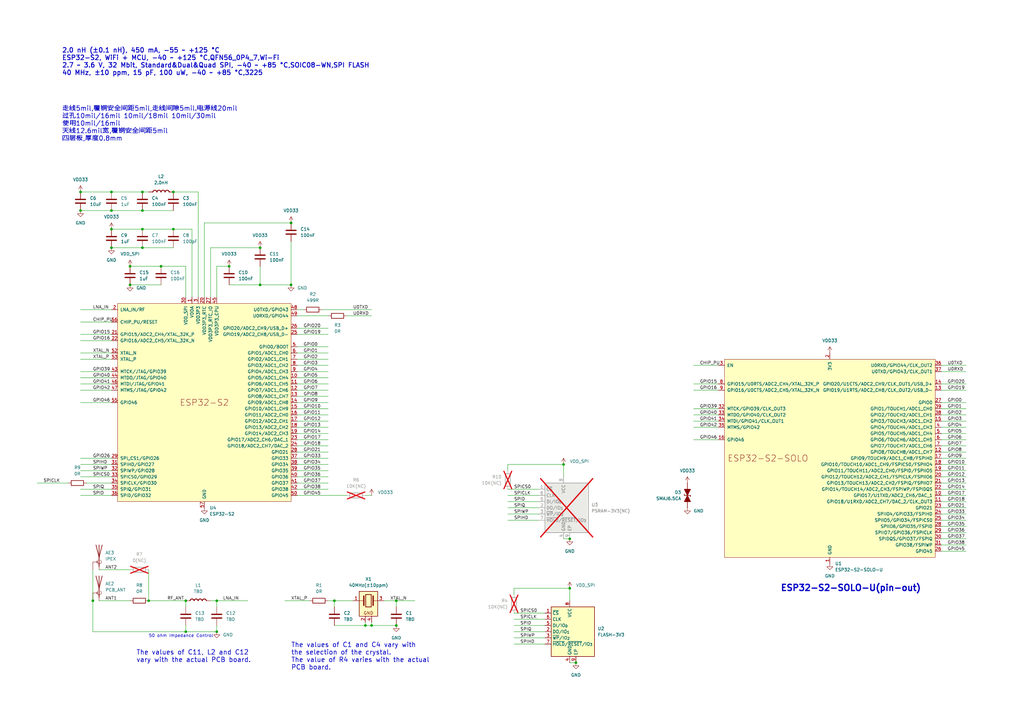
<source format=kicad_sch>
(kicad_sch (version 20250114) (generator "eeschema") (generator_version "9.0")
  (paper "A3")
  (lib_symbols
    (symbol "Device:Antenna_Shield" (pin_numbers (hide yes)) (pin_names (offset 1.016) (hide yes))
      (property "Reference" "AE" (at -1.905 4.445 0))
      (property "Value" "Antenna_Shield" (at -1.905 2.54 0))
      (symbol "Antenna_Shield_0_1"
        (arc (start 0 -2.667) (mid -0.8485 -2.1032) (end -0.508 -1.143))
        (polyline (pts (xy 0 5.08) (xy 0 -3.81)) (stroke (width 0.254)))
        (polyline (pts (xy 0 -2.54) (xy 0 0)))
        (arc (start 0.508 -1.143) (mid 0.8046 -2.0885) (end 0 -2.667))
        (polyline (pts (xy 0.762 -1.905) (xy 2.54 -1.905)))
        (circle (center 0.762 -1.905) (radius 0.1778) (fill (type outline)))
        (polyline (pts (xy 1.27 5.08) (xy 0 0) (xy -1.27 5.08)) (stroke (width 0.254)))
        (polyline (pts (xy 2.54 -2.54) (xy 2.54 -1.905)))
      )
      (symbol "Antenna_Shield_1_1"
        (pin input line (at 0 -5.08 90) (length 2.54) (name "A") (number "1"))
        (pin input line (at 2.54 -5.08 90) (length 2.54) (name "Shield") (number "2"))
      )
    )
    (symbol "Memory_Flash:W25Q128JVE"
      (property "Reference" "U" (at -6.35 11.43 0))
      (property "Value" "W25Q128JVE" (at 7.62 11.43 0))
      (symbol "W25Q128JVE_0_1"
        (rectangle (start -7.62 10.16) (end 10.16 -10.16) (stroke (width 0.254)) (fill (type background)))
      )
      (symbol "W25Q128JVE_1_1"
        (pin input line (at -10.16 7.62 0) (length 2.54) (name "~{CS}") (number "1"))
        (pin input line (at -10.16 5.08 0) (length 2.54) (name "CLK") (number "6"))
        (pin bidirectional line (at -10.16 2.54 0) (length 2.54) (name "DI/IO_{0}") (number "5"))
        (pin bidirectional line (at -10.16 0 0) (length 2.54) (name "DO/IO_{1}") (number "2"))
        (pin bidirectional line (at -10.16 -2.54 0) (length 2.54) (name "~{WP}/IO_{2}") (number "3"))
        (pin bidirectional line (at -10.16 -5.08 0) (length 2.54) (name "~{HOLD}/~{RESET}/IO_{3}") (number "7"))
        (pin power_in line (at 0 12.7 270) (length 2.54) (name "VCC") (number "8"))
        (pin power_in line (at 0 -12.7 90) (length 2.54) (name "GND") (number "4"))
        (pin passive line (at 2.54 -12.7 90) (length 2.54) (name "EP") (number "9"))
      )
    )
    (symbol "PCM_Capacitor_AKL:C_1206" (pin_numbers (hide yes)) (pin_names (offset 0.254))
      (property "Reference" "C" (at 0.635 2.54 0))
      (property "Value" "C_1206" (at 0.635 -2.54 0))
      (symbol "C_1206_0_1"
        (polyline (pts (xy -2.032 0.762) (xy 2.032 0.762)) (stroke (width 0.508)))
        (polyline (pts (xy -2.032 -0.762) (xy 2.032 -0.762)) (stroke (width 0.508)))
      )
      (symbol "C_1206_0_2"
        (polyline (pts (xy -2.54 -2.54) (xy -0.381 -0.381)))
        (polyline (pts (xy -0.508 -0.508) (xy -1.651 0.635)) (stroke (width 0.508)))
        (polyline (pts (xy -0.508 -0.508) (xy 0.635 -1.651)) (stroke (width 0.508)))
        (polyline (pts (xy 0.381 0.381) (xy 2.54 2.54)))
        (polyline (pts (xy 0.508 0.508) (xy -0.635 1.651)) (stroke (width 0.508)))
        (polyline (pts (xy 0.508 0.508) (xy 1.651 -0.635)) (stroke (width 0.508)))
      )
      (symbol "C_1206_1_1"
        (pin passive line (at 0 3.81 270) (length 2.794) (name "~") (number "1"))
        (pin passive line (at 0 -3.81 90) (length 2.794) (name "~") (number "2"))
      )
      (symbol "C_1206_1_2"
        (pin passive line (at -2.54 -2.54 90) (length 0) (name "~") (number "2"))
        (pin passive line (at 2.54 2.54 270) (length 0) (name "~") (number "1"))
      )
    )
    (symbol "PCM_Crystal_AKL:SMD3225-4" (pin_names (offset 1.016) (hide yes))
      (property "Reference" "X" (at 0 8.89 0))
      (property "Value" "SMD3225-4" (at 0 6.35 0))
      (symbol "SMD3225-4_0_1"
        (rectangle (start -3.81 3.81) (end 3.81 -6.35) (stroke (width 0.254)) (fill (type background)))
        (polyline (pts (xy -3.81 0) (xy -1.905 0)))
        (polyline (pts (xy -1.905 -1.905) (xy -1.905 1.905)) (stroke (width 0.508)))
        (rectangle (start -1.143 2.54) (end 1.143 -2.54) (stroke (width 0.3048)))
        (polyline (pts (xy 1.905 -1.905) (xy 1.905 1.905)) (stroke (width 0.508)))
        (polyline (pts (xy 3.81 0) (xy 1.905 0)))
        (text "GND" (at 0 -5.08 0) (effects (font (size 1.27 1.27))))
      )
      (symbol "SMD3225-4_1_1"
        (pin passive line (at -6.35 0 0) (length 2.54) (name "1") (number "1"))
        (pin passive line (at -1.27 -8.89 90) (length 2.54) (name "2") (number "2"))
        (pin passive line (at 1.27 -8.89 90) (length 2.54) (name "4") (number "4"))
        (pin passive line (at 6.35 0 180) (length 2.54) (name "3") (number "3"))
      )
    )
    (symbol "PCM_Diode_TVS_AKL:SMAJ6.5CA" (pin_numbers (hide yes)) (pin_names (offset 1.016) (hide yes))
      (property "Reference" "D" (at 0 5.08 0))
      (property "Value" "SMAJ6.5CA" (at 0 2.54 0))
      (symbol "SMAJ6.5CA_0_1"
        (polyline (pts (xy 0 1.27) (xy 0 -1.27)) (stroke (width 0.254)))
        (polyline (pts (xy 0 1.27) (xy 0.508 1.27)) (stroke (width 0.254)))
        (polyline (pts (xy 0 0) (xy -2.54 1.27) (xy -2.54 -1.27) (xy 0 0)) (stroke (width 0.254)) (fill (type outline)))
        (polyline (pts (xy 0 -1.27) (xy -0.508 -1.27)) (stroke (width 0.254)))
        (polyline (pts (xy 1.27 0) (xy -1.27 0)))
        (polyline (pts (xy 2.54 1.27) (xy 2.54 -1.27) (xy 0 0) (xy 2.54 1.27)) (stroke (width 0.254)) (fill (type outline)))
      )
      (symbol "SMAJ6.5CA_0_2"
        (polyline (pts (xy -3.81 -3.81) (xy 3.81 3.81)))
        (polyline (pts (xy -1.778 -1.778) (xy -2.667 -0.889) (xy 0 0) (xy -0.889 -2.667) (xy -1.778 -1.778)) (stroke (width 0.254)) (fill (type outline)))
        (polyline (pts (xy -0.889 0.889) (xy -1.27 0.508)) (stroke (width 0.254)))
        (polyline (pts (xy -0.889 0.889) (xy 0.889 -0.889)) (stroke (width 0.254)))
        (polyline (pts (xy 0.889 -0.889) (xy 1.27 -0.508)) (stroke (width 0.254)))
        (polyline (pts (xy 1.778 1.778) (xy 2.667 0.889) (xy 0 0) (xy 0.889 2.667) (xy 1.778 1.778)) (stroke (width 0.254)) (fill (type outline)))
      )
      (symbol "SMAJ6.5CA_1_1"
        (pin passive line (at -5.08 0 0) (length 2.54) (name "K") (number "1"))
        (pin passive line (at 5.08 0 180) (length 2.54) (name "A") (number "2"))
      )
      (symbol "SMAJ6.5CA_1_2"
        (pin passive line (at -3.81 -3.81 0) (length 0) (name "A") (number "2"))
        (pin passive line (at 3.81 3.81 180) (length 0) (name "K") (number "1"))
      )
    )
    (symbol "PCM_Elektuur:L" (pin_numbers (hide yes)) (pin_names (offset 0) (hide yes))
      (property "Reference" "L" (at 2.54 3.175 0))
      (property "Value" "L" (at 2.54 -3.175 0))
      (symbol "L_1_0"
        (arc (start 0 3.302) (mid 0.6604 2.5146) (end 0 1.7272) (stroke (width 0.254)))
        (arc (start 0 1.6256) (mid 0.6604 0.8382) (end 0 0.0508) (stroke (width 0.254)))
        (arc (start 0 -0.0508) (mid 0.6604 -0.8382) (end 0 -1.6256) (stroke (width 0.254)))
        (arc (start 0 -1.7272) (mid 0.6604 -2.5146) (end 0 -3.302) (stroke (width 0.254)))
        (arc (start 0 3.4036) (mid 0.762 2.5146) (end 0 1.6256) (stroke (width 0.254)))
        (arc (start 0 1.7272) (mid 0.762 0.8382) (end 0 -0.0508) (stroke (width 0.254)))
        (arc (start 0 0.0508) (mid 0.762 -0.8382) (end 0 -1.7272) (stroke (width 0.254)))
        (arc (start 0 -1.6256) (mid 0.762 -2.5146) (end 0 -3.4036) (stroke (width 0.254)))
        (polyline (pts (xy 0 3.5052) (xy 0 3.302)) (stroke (width 0.254)))
        (polyline (pts (xy 0 1.7272) (xy 0 1.6256)) (stroke (width 0.254)))
        (polyline (pts (xy 0 0.0508) (xy 0 -0.0508)) (stroke (width 0.254)))
        (polyline (pts (xy 0 -1.6256) (xy 0 -1.7272)) (stroke (width 0.254)))
        (polyline (pts (xy 0 -3.302) (xy 0 -3.5052)) (stroke (width 0.254)))
        (pin passive line (at 0 5.08 270) (length 1.5748) (name "+") (number "1"))
        (pin passive line (at 0 -5.08 90) (length 1.5748) (name "-") (number "2"))
      )
      (symbol "L_1_2"
        (rectangle (start 1.524 3.3782) (end 1.9812 -3.3782) (stroke (width 0.254)) (fill (type outline)))
      )
      (symbol "L_1_3"
        (rectangle (start 1.524 3.0988) (end 1.9812 1.9304) (stroke (width 0.254)) (fill (type outline)))
        (rectangle (start 1.524 1.4224) (end 1.9812 0.254) (stroke (width 0.254)) (fill (type outline)))
        (rectangle (start 1.524 -0.254) (end 1.9812 -1.4224) (stroke (width 0.254)) (fill (type outline)))
        (rectangle (start 1.524 -1.9304) (end 1.9812 -3.0988) (stroke (width 0.254)) (fill (type outline)))
      )
    )
    (symbol "PCM_Espressif:ESP32-S2" (pin_names (offset 1.016))
      (property "Reference" "U" (at -35.56 45.72 0))
      (property "Value" "ESP32-S2" (at -35.56 43.18 0))
      (symbol "ESP32-S2_0_0"
        (text "ESP32-S2" (at 0 0 0) (effects (font (size 2.54 2.54))))
      )
      (symbol "ESP32-S2_0_1"
        (rectangle (start -35.56 40.64) (end 35.56 -40.64) (fill (type background)))
      )
      (symbol "ESP32-S2_1_1"
        (pin bidirectional line (at -38.1 38.1 0) (length 2.54) (name "LNA_IN/RF") (number "2"))
        (pin bidirectional line (at -38.1 33.02 0) (length 2.54) (name "CHIP_PU/RESET") (number "56"))
        (pin bidirectional line (at -38.1 27.94 0) (length 2.54) (name "GPIO15/ADC2_CH4/XTAL_32K_P") (number "21"))
        (pin bidirectional line (at -38.1 25.4 0) (length 2.54) (name "GPIO16/ADC2_CH5/XTAL_32K_N") (number "22"))
        (pin output line (at -38.1 20.32 0) (length 2.54) (name "XTAL_N") (number "52"))
        (pin input line (at -38.1 17.78 0) (length 2.54) (name "XTAL_P") (number "53"))
        (pin input line (at -38.1 12.7 0) (length 2.54) (name "MTCK/JTAG/GPIO39") (number "43"))
        (pin output line (at -38.1 10.16 0) (length 2.54) (name "MTDO/JTAG/GPIO40") (number "44"))
        (pin input line (at -38.1 7.62 0) (length 2.54) (name "MTDI/JTAG/GPIO41") (number "46"))
        (pin output line (at -38.1 5.08 0) (length 2.54) (name "MTMS/JTAG/GPIO42") (number "47"))
        (pin input line (at -38.1 0 0) (length 2.54) (name "GPIO46") (number "55"))
        (pin bidirectional line (at -38.1 -22.86 0) (length 2.54) (name "SPI_CS1/GPIO26") (number "29"))
        (pin bidirectional line (at -38.1 -25.4 0) (length 2.54) (name "SPIHD/GPIO27") (number "31"))
        (pin bidirectional line (at -38.1 -27.94 0) (length 2.54) (name "SPIWP/GPIO28") (number "32"))
        (pin bidirectional line (at -38.1 -30.48 0) (length 2.54) (name "SPICS0/GPIO29") (number "33"))
        (pin bidirectional line (at -38.1 -33.02 0) (length 2.54) (name "SPICLK/GPIO30") (number "34"))
        (pin bidirectional line (at -38.1 -35.56 0) (length 2.54) (name "SPIQ/GPIO31") (number "35"))
        (pin bidirectional line (at -38.1 -38.1 0) (length 2.54) (name "SPID/GPIO32") (number "36"))
        (pin power_out line (at -7.62 43.18 270) (length 2.54) (name "VDD_SPI") (number "30"))
        (pin power_in line (at -5.08 43.18 270) (length 2.54) (name "VDDA") (number "1"))
        (pin passive line (at -5.08 43.18 270) (length 2.54) (hide yes) (name "VDDA") (number "51"))
        (pin passive line (at -5.08 43.18 270) (length 2.54) (hide yes) (name "VDDA") (number "54"))
        (pin power_in line (at -2.54 43.18 270) (length 2.54) (name "VDD3P3") (number "3"))
        (pin passive line (at -2.54 43.18 270) (length 2.54) (hide yes) (name "VDD3P3") (number "4"))
        (pin power_in line (at 0 43.18 270) (length 2.54) (name "VDD3P3_RTC") (number "20"))
        (pin power_in line (at 0 -43.18 90) (length 2.54) (name "GND") (number "57"))
        (pin power_in line (at 2.54 43.18 270) (length 2.54) (name "VDD3P3_RTC_IO") (number "27"))
        (pin power_in line (at 5.08 43.18 270) (length 2.54) (name "VDD3P3_CPU") (number "45"))
        (pin bidirectional line (at 38.1 38.1 180) (length 2.54) (name "U0TXD/GPIO43") (number "48"))
        (pin bidirectional line (at 38.1 35.56 180) (length 2.54) (name "U0RXD/GPIO44") (number "49"))
        (pin bidirectional line (at 38.1 30.48 180) (length 2.54) (name "GPIO20/ADC2_CH9/USB_D+") (number "26"))
        (pin bidirectional line (at 38.1 27.94 180) (length 2.54) (name "GPIO19/ADC2_CH8/USB_D-") (number "25"))
        (pin bidirectional line (at 38.1 22.86 180) (length 2.54) (name "GPIO0/BOOT") (number "5"))
        (pin bidirectional line (at 38.1 20.32 180) (length 2.54) (name "GPIO1/ADC1_CH0") (number "6"))
        (pin bidirectional line (at 38.1 17.78 180) (length 2.54) (name "GPIO2/ADC1_CH1") (number "7"))
        (pin bidirectional line (at 38.1 15.24 180) (length 2.54) (name "GPIO3/ADC1_CH2") (number "8"))
        (pin bidirectional line (at 38.1 12.7 180) (length 2.54) (name "GPIO4/ADC1_CH3") (number "9"))
        (pin bidirectional line (at 38.1 10.16 180) (length 2.54) (name "GPIO5/ADC1_CH4") (number "10"))
        (pin bidirectional line (at 38.1 7.62 180) (length 2.54) (name "GPIO6/ADC1_CH5") (number "11"))
        (pin bidirectional line (at 38.1 5.08 180) (length 2.54) (name "GPIO7/ADC1_CH6") (number "12"))
        (pin bidirectional line (at 38.1 2.54 180) (length 2.54) (name "GPIO8/ADC1_CH7") (number "13"))
        (pin bidirectional line (at 38.1 0 180) (length 2.54) (name "GPIO9/ADC1_CH8") (number "14"))
        (pin bidirectional line (at 38.1 -2.54 180) (length 2.54) (name "GPIO10/ADC1_CH9") (number "15"))
        (pin bidirectional line (at 38.1 -5.08 180) (length 2.54) (name "GPIO11/ADC2_CH0") (number "16"))
        (pin bidirectional line (at 38.1 -7.62 180) (length 2.54) (name "GPIO12/ADC2_CH1") (number "17"))
        (pin bidirectional line (at 38.1 -10.16 180) (length 2.54) (name "GPIO13/ADC2_CH2") (number "18"))
        (pin bidirectional line (at 38.1 -12.7 180) (length 2.54) (name "GPIO14/ADC2_CH3") (number "19"))
        (pin bidirectional line (at 38.1 -15.24 180) (length 2.54) (name "GPIO17/ADC2_CH6/DAC_1") (number "23"))
        (pin bidirectional line (at 38.1 -17.78 180) (length 2.54) (name "GPIO18/ADC2_CH7/DAC_2") (number "24"))
        (pin bidirectional line (at 38.1 -20.32 180) (length 2.54) (name "GPIO21") (number "28"))
        (pin bidirectional line (at 38.1 -22.86 180) (length 2.54) (name "GPIO33") (number "37"))
        (pin bidirectional line (at 38.1 -25.4 180) (length 2.54) (name "GPIO34") (number "38"))
        (pin bidirectional line (at 38.1 -27.94 180) (length 2.54) (name "GPIO35") (number "39"))
        (pin bidirectional line (at 38.1 -30.48 180) (length 2.54) (name "GPIO36") (number "40"))
        (pin bidirectional line (at 38.1 -33.02 180) (length 2.54) (name "GPIO37") (number "41"))
        (pin bidirectional line (at 38.1 -35.56 180) (length 2.54) (name "GPIO38") (number "42"))
        (pin bidirectional line (at 38.1 -38.1 180) (length 2.54) (name "GPIO45") (number "50"))
      )
    )
    (symbol "PCM_Espressif:ESP32-S2-SOLO" (pin_names (offset 1.016))
      (property "Reference" "U" (at -43.18 45.72 0))
      (property "Value" "ESP32-S2-SOLO" (at -43.18 43.18 0))
      (symbol "ESP32-S2-SOLO_0_1"
        (rectangle (start -43.18 40.64) (end 43.18 -40.64) (fill (type background)))
      )
      (symbol "ESP32-S2-SOLO_1_1"
        (text "ESP32-S2-SOLO" (at -25.4 0 0) (effects (font (size 2.54 2.54))))
        (pin bidirectional line (at -45.72 38.1 0) (length 2.54) (name "EN") (number "3"))
        (pin bidirectional line (at -45.72 30.48 0) (length 2.54) (name "GPIO15/U0RTS/ADC2_CH4/XTAL_32K_P") (number "8"))
        (pin bidirectional line (at -45.72 27.94 0) (length 2.54) (name "GPIO16/U0CTS/ADC2_CH5/XTAL_32K_N") (number "9"))
        (pin bidirectional line (at -45.72 20.32 0) (length 2.54) (name "MTCK/GPIO39/CLK_OUT3") (number "32"))
        (pin bidirectional line (at -45.72 17.78 0) (length 2.54) (name "MTDO/GPIO40/CLK_OUT2") (number "33"))
        (pin bidirectional line (at -45.72 15.24 0) (length 2.54) (name "MTDI/GPIO41/CLK_OUT1") (number "34"))
        (pin bidirectional line (at -45.72 12.7 0) (length 2.54) (name "MTMS/GPIO42") (number "35"))
        (pin input line (at -45.72 7.62 0) (length 2.54) (name "GPIO46") (number "16"))
        (pin power_in line (at 0 43.18 270) (length 2.54) (name "3V3") (number "2"))
        (pin power_in line (at 0 -43.18 90) (length 2.54) (name "GND") (number "1"))
        (pin passive line (at 0 -43.18 90) (length 2.54) (hide yes) (name "GND") (number "40"))
        (pin passive line (at 0 -43.18 90) (length 2.54) (hide yes) (name "GND") (number "41"))
        (pin bidirectional line (at 45.72 38.1 180) (length 2.54) (name "U0RXD/GPIO44/CLK_OUT2") (number "36"))
        (pin bidirectional line (at 45.72 35.56 180) (length 2.54) (name "U0TXD/GPIO43/CLK_OUT1") (number "37"))
        (pin bidirectional line (at 45.72 30.48 180) (length 2.54) (name "GPIO20/U1CTS/ADC2_CH9/CLK_OUT1/USB_D+") (number "14"))
        (pin bidirectional line (at 45.72 27.94 180) (length 2.54) (name "GPIO19/U1RTS/ADC2_CH8/CLK_OUT2/USB_D-") (number "13"))
        (pin bidirectional line (at 45.72 22.86 180) (length 2.54) (name "GPIO0") (number "27"))
        (pin bidirectional line (at 45.72 20.32 180) (length 2.54) (name "GPIO1/TOUCH1/ADC1_CH0") (number "39"))
        (pin bidirectional line (at 45.72 17.78 180) (length 2.54) (name "GPIO2/TOUCH2/ADC1_CH1") (number "38"))
        (pin bidirectional line (at 45.72 15.24 180) (length 2.54) (name "GPIO3/TOUCH3/ADC1_CH2") (number "15"))
        (pin bidirectional line (at 45.72 12.7 180) (length 2.54) (name "GPIO4/TOUCH4/ADC1_CH3") (number "4"))
        (pin bidirectional line (at 45.72 10.16 180) (length 2.54) (name "GPIO5/TOUCH5/ADC1_CH4") (number "5"))
        (pin bidirectional line (at 45.72 7.62 180) (length 2.54) (name "GPIO6/TOUCH6/ADC1_CH5") (number "6"))
        (pin bidirectional line (at 45.72 5.08 180) (length 2.54) (name "GPIO7/TOUCH7/ADC1_CH6") (number "7"))
        (pin bidirectional line (at 45.72 2.54 180) (length 2.54) (name "GPIO8/TOUCH8/ADC1_CH7") (number "12"))
        (pin bidirectional line (at 45.72 0 180) (length 2.54) (name "GPIO9/TOUCH9/ADC1_CH8/FSPIHD") (number "17"))
        (pin bidirectional line (at 45.72 -2.54 180) (length 2.54) (name "GPIO10/TOUCH10/ADC1_CH9/FSPICS0/FSPIIO4") (number "18"))
        (pin bidirectional line (at 45.72 -5.08 180) (length 2.54) (name "GPIO11/TOUCH11/ADC2_CH0/FSPID/FSPIIO5") (number "19"))
        (pin bidirectional line (at 45.72 -7.62 180) (length 2.54) (name "GPIO12/TOUCH12/ADC2_CH1/FSPICLK/FSPIIO6") (number "20"))
        (pin bidirectional line (at 45.72 -10.16 180) (length 2.54) (name "GPIO13/TOUCH13/ADC2_CH2/FSPIQ/FSPIIO7") (number "21"))
        (pin bidirectional line (at 45.72 -12.7 180) (length 2.54) (name "GPIO14/TOUCH14/ADC2_CH3/FSPIWP/FSPIDQS") (number "22"))
        (pin bidirectional line (at 45.72 -15.24 180) (length 2.54) (name "GPIO17/U1TXD/ADC2_CH6/DAC_1") (number "10"))
        (pin bidirectional line (at 45.72 -17.78 180) (length 2.54) (name "GPIO18/U1RXD/ADC2_CH7/DAC_2/CLK_OUT3") (number "11"))
        (pin bidirectional line (at 45.72 -20.32 180) (length 2.54) (name "GPIO21") (number "23"))
        (pin bidirectional line (at 45.72 -22.86 180) (length 2.54) (name "SPIIO4/GPIO33/FSPIHD") (number "24"))
        (pin bidirectional line (at 45.72 -25.4 180) (length 2.54) (name "SPIIO5/GPIO34/FSPICS0") (number "25"))
        (pin bidirectional line (at 45.72 -27.94 180) (length 2.54) (name "SPIIO6/GPIO35/FSPID") (number "28"))
        (pin bidirectional line (at 45.72 -30.48 180) (length 2.54) (name "SPIIO7/GPIO36/FSPICLK") (number "29"))
        (pin bidirectional line (at 45.72 -33.02 180) (length 2.54) (name "SPIDQS/GPIO37/FSPIQ") (number "30"))
        (pin bidirectional line (at 45.72 -35.56 180) (length 2.54) (name "GPIO38/FSPIWP") (number "31"))
        (pin bidirectional line (at 45.72 -38.1 180) (length 2.54) (name "GPIO45") (number "26"))
      )
    )
    (symbol "PCM_Resistor_AKL:R_1206" (pin_numbers (hide yes)) (pin_names (offset 0))
      (property "Reference" "R" (at 2.54 1.27 0))
      (property "Value" "R_1206" (at 2.54 -1.27 0))
      (symbol "R_1206_0_1"
        (rectangle (start -1.016 2.54) (end 1.016 -2.54) (stroke (width 0.254)))
      )
      (symbol "R_1206_0_2"
        (polyline (pts (xy -2.54 -2.54) (xy -1.524 -1.524)))
        (polyline (pts (xy 1.524 1.524) (xy 2.54 2.54)))
        (polyline (pts (xy 1.524 1.524) (xy 0.889 2.159) (xy -2.159 -0.889) (xy -0.889 -2.159) (xy 2.159 0.889) (xy 1.524 1.524)) (stroke (width 0.254)))
      )
      (symbol "R_1206_1_1"
        (pin passive line (at 0 3.81 270) (length 1.27) (name "~") (number "1"))
        (pin passive line (at 0 -3.81 90) (length 1.27) (name "~") (number "2"))
      )
      (symbol "R_1206_1_2"
        (pin passive line (at -2.54 -2.54 0) (length 0) (name "") (number "2"))
        (pin passive line (at 2.54 2.54 180) (length 0) (name "") (number "1"))
      )
    )
    (symbol "power:+3.3V" (power) (pin_numbers (hide yes)) (pin_names (offset 0) (hide yes))
      (property "Value" "+3.3V" (at 0 3.556 0))
      (symbol "+3.3V_0_1"
        (polyline (pts (xy -0.762 1.27) (xy 0 2.54)))
        (polyline (pts (xy 0 2.54) (xy 0.762 1.27)))
        (polyline (pts (xy 0 0) (xy 0 2.54)))
      )
      (symbol "+3.3V_1_1"
        (pin power_in line (at 0 0 90) (length 0) (name "~") (number "1"))
      )
    )
    (symbol "power:GND" (power) (pin_numbers (hide yes)) (pin_names (offset 0) (hide yes))
      (property "Value" "GND" (at 0 -3.81 0))
      (symbol "GND_0_1"
        (polyline (pts (xy 0 0) (xy 0 -1.27) (xy 1.27 -1.27) (xy 0 -2.54) (xy -1.27 -1.27) (xy 0 -1.27)))
      )
      (symbol "GND_1_1"
        (pin power_in line (at 0 0 270) (length 0) (name "~") (number "1"))
      )
    )
  )
  (text "The values of C11, L2 and C12\nvary with the actual PCB board." (exclude_from_sim yes) (at 55.88 269.24 0) (effects (font (size 1.905 1.905) (thickness 0.2381)) (justify left)))
  (text "50 ohm Impedance Control" (at 60.96 261.62 0) (effects (font (size 1.27 1.27)) (justify left bottom)))
  (text "ESP32-S2-SOLO-U(pin-out)" (exclude_from_sim yes) (at 320.04 241.3 0) (effects (font (size 2.54 2.54) (thickness 0.508) (bold yes)) (justify left)))
  (text "2.0 nH (±0.1 nH), 450 mA, -55 ~ +125 °C\nESP32-S2, WiFi + MCU, -40 ~ +125 °C,QFN56_0P4_7,Wi-Fi\n2.7 ~ 3.6 V, 32 Mbit, Standard&Dual&Quad SPI, -40 ~ +85 °C,SOIC08-WN,SPI FLASH\n40 MHz, ±10 ppm, 15 pF, 100 uW, -40 ~ +85 °C,3225" (exclude_from_sim yes) (at 25.4 25.4 0) (effects (font (size 1.905 1.905) (thickness 0.3175)) (justify left)))
  (text "走线5mil,覆铜安全间距5mil,走线间隙5mil.电源线20mil\n过孔10mil/16mil 10mil/18mil 10mil/30mil\n使用10mil/16mil\n天线12.6mil宽,覆铜安全间距5mil\n四层板,厚度0.8mm" (exclude_from_sim yes) (at 25.4 50.8 0) (effects (font (size 1.905 1.905) (thickness 0.2381)) (justify left)))
  (text "The values of C1 and C4 vary with\nthe selection of the crystal.\nThe value of R4 varies with the actual\nPCB board.\n" (exclude_from_sim yes) (at 119.38 269.24 0) (effects (font (size 1.905 1.905) (thickness 0.2381)) (justify left)))
  (junction (at 53.34 116.84))
  (junction (at 45.72 86.36))
  (junction (at 162.56 256.54))
  (junction (at 152.4 256.54))
  (junction (at 66.04 109.22))
  (junction (at 119.38 91.44))
  (junction (at 58.42 86.36))
  (junction (at 231.14 190.5))
  (junction (at 33.02 86.36))
  (junction (at 60.96 246.38))
  (junction (at 119.38 116.84))
  (junction (at 93.98 109.22))
  (junction (at 106.68 116.84))
  (junction (at 71.12 93.98))
  (junction (at 58.42 78.74))
  (junction (at 76.2 259.08))
  (junction (at 45.72 101.6))
  (junction (at 106.68 101.6))
  (junction (at 58.42 93.98))
  (junction (at 45.72 93.98))
  (junction (at 162.56 246.38))
  (junction (at 137.16 246.38))
  (junction (at 76.2 246.38))
  (junction (at 236.22 271.78))
  (junction (at 233.68 220.98))
  (junction (at 88.9 246.38))
  (junction (at 53.34 109.22))
  (junction (at 58.42 101.6))
  (junction (at 149.86 256.54))
  (junction (at 38.1 246.38))
  (junction (at 45.72 78.74))
  (junction (at 233.68 241.3))
  (junction (at 33.02 78.74))
  (junction (at 71.12 78.74))
  (junction (at 88.9 259.08))
  (wire (pts (xy 210.82 261.62) (xy 223.52 261.62)))
  (wire (pts (xy 386.08 218.44) (xy 396.24 218.44)))
  (wire (pts (xy 15.24 198.12) (xy 27.94 198.12)))
  (wire (pts (xy 121.92 165.1) (xy 134.62 165.1)))
  (wire (pts (xy 121.92 190.5) (xy 134.62 190.5)))
  (wire (pts (xy 121.92 182.88) (xy 134.62 182.88)))
  (wire (pts (xy 121.92 180.34) (xy 134.62 180.34)))
  (wire (pts (xy 116.84 246.38) (xy 127 246.38)))
  (wire (pts (xy 45.72 86.36) (xy 58.42 86.36)))
  (wire (pts (xy 162.56 246.38) (xy 170.18 246.38)))
  (wire (pts (xy 88.9 109.22) (xy 93.98 109.22)))
  (wire (pts (xy 208.28 210.82) (xy 220.98 210.82)))
  (wire (pts (xy 83.82 91.44) (xy 83.82 121.92)))
  (wire (pts (xy 76.2 246.38) (xy 76.2 248.92)))
  (wire (pts (xy 386.08 177.8) (xy 396.24 177.8)))
  (wire (pts (xy 58.42 101.6) (xy 71.12 101.6)))
  (wire (pts (xy 284.48 175.26) (xy 294.64 175.26)))
  (wire (pts (xy 38.1 246.38) (xy 38.1 259.08)))
  (wire (pts (xy 386.08 213.36) (xy 396.24 213.36)))
  (wire (pts (xy 121.92 167.64) (xy 134.62 167.64)))
  (wire (pts (xy 386.08 172.72) (xy 396.24 172.72)))
  (wire (pts (xy 121.92 203.2) (xy 142.24 203.2)))
  (wire (pts (xy 106.68 116.84) (xy 106.68 109.22)))
  (wire (pts (xy 71.12 93.98) (xy 78.74 93.98)))
  (wire (pts (xy 210.82 243.84) (xy 210.82 241.3)))
  (wire (pts (xy 78.74 121.92) (xy 78.74 93.98)))
  (wire (pts (xy 233.68 241.3) (xy 233.68 246.38)))
  (wire (pts (xy 60.96 78.74) (xy 58.42 78.74)))
  (wire (pts (xy 121.92 149.86) (xy 134.62 149.86)))
  (wire (pts (xy 35.56 198.12) (xy 45.72 198.12)))
  (wire (pts (xy 386.08 182.88) (xy 396.24 182.88)))
  (wire (pts (xy 121.92 152.4) (xy 134.62 152.4)))
  (wire (pts (xy 119.38 91.44) (xy 83.82 91.44)))
  (wire (pts (xy 386.08 223.52) (xy 396.24 223.52)))
  (wire (pts (xy 142.24 129.54) (xy 152.4 129.54)))
  (wire (pts (xy 210.82 259.08) (xy 223.52 259.08)))
  (wire (pts (xy 66.04 109.22) (xy 76.2 109.22)))
  (wire (pts (xy 208.28 213.36) (xy 220.98 213.36)))
  (wire (pts (xy 33.02 193.04) (xy 45.72 193.04)))
  (wire (pts (xy 121.92 134.62) (xy 134.62 134.62)))
  (wire (pts (xy 386.08 208.28) (xy 396.24 208.28)))
  (wire (pts (xy 152.4 255.27) (xy 152.4 256.54)))
  (wire (pts (xy 53.34 109.22) (xy 66.04 109.22)))
  (wire (pts (xy 386.08 205.74) (xy 396.24 205.74)))
  (wire (pts (xy 386.08 152.4) (xy 396.24 152.4)))
  (wire (pts (xy 33.02 165.1) (xy 45.72 165.1)))
  (wire (pts (xy 33.02 154.94) (xy 45.72 154.94)))
  (wire (pts (xy 162.56 246.38) (xy 162.56 248.92)))
  (wire (pts (xy 58.42 86.36) (xy 71.12 86.36)))
  (wire (pts (xy 210.82 256.54) (xy 223.52 256.54)))
  (wire (pts (xy 386.08 149.86) (xy 396.24 149.86)))
  (wire (pts (xy 132.08 127) (xy 152.4 127)))
  (wire (pts (xy 45.72 101.6) (xy 58.42 101.6)))
  (wire (pts (xy 386.08 226.06) (xy 396.24 226.06)))
  (wire (pts (xy 231.14 220.98) (xy 233.68 220.98)))
  (wire (pts (xy 76.2 256.54) (xy 76.2 259.08)))
  (wire (pts (xy 33.02 144.78) (xy 45.72 144.78)))
  (wire (pts (xy 121.92 187.96) (xy 134.62 187.96)))
  (wire (pts (xy 33.02 187.96) (xy 45.72 187.96)))
  (wire (pts (xy 386.08 215.9) (xy 396.24 215.9)))
  (wire (pts (xy 33.02 78.74) (xy 45.72 78.74)))
  (wire (pts (xy 121.92 160.02) (xy 134.62 160.02)))
  (wire (pts (xy 208.28 203.2) (xy 220.98 203.2)))
  (wire (pts (xy 137.16 246.38) (xy 137.16 248.92)))
  (wire (pts (xy 45.72 93.98) (xy 58.42 93.98)))
  (wire (pts (xy 81.28 121.92) (xy 81.28 78.74)))
  (wire (pts (xy 210.82 251.46) (xy 223.52 251.46)))
  (wire (pts (xy 121.92 144.78) (xy 134.62 144.78)))
  (wire (pts (xy 208.28 205.74) (xy 220.98 205.74)))
  (wire (pts (xy 88.9 248.92) (xy 88.9 246.38)))
  (wire (pts (xy 121.92 147.32) (xy 134.62 147.32)))
  (wire (pts (xy 38.1 233.68) (xy 38.1 246.38)))
  (wire (pts (xy 210.82 254) (xy 223.52 254)))
  (wire (pts (xy 88.9 121.92) (xy 88.9 109.22)))
  (wire (pts (xy 38.1 259.08) (xy 76.2 259.08)))
  (wire (pts (xy 121.92 185.42) (xy 134.62 185.42)))
  (wire (pts (xy 76.2 109.22) (xy 76.2 121.92)))
  (wire (pts (xy 88.9 246.38) (xy 101.6 246.38)))
  (wire (pts (xy 121.92 172.72) (xy 134.62 172.72)))
  (wire (pts (xy 208.28 208.28) (xy 220.98 208.28)))
  (wire (pts (xy 284.48 172.72) (xy 294.64 172.72)))
  (wire (pts (xy 106.68 116.84) (xy 119.38 116.84)))
  (wire (pts (xy 33.02 137.16) (xy 45.72 137.16)))
  (wire (pts (xy 58.42 78.74) (xy 45.72 78.74)))
  (wire (pts (xy 208.28 193.04) (xy 208.28 190.5)))
  (wire (pts (xy 149.86 255.27) (xy 149.86 256.54)))
  (wire (pts (xy 60.96 246.38) (xy 76.2 246.38)))
  (wire (pts (xy 208.28 190.5) (xy 231.14 190.5)))
  (wire (pts (xy 106.68 101.6) (xy 86.36 101.6)))
  (wire (pts (xy 233.68 271.78) (xy 236.22 271.78)))
  (wire (pts (xy 88.9 259.08) (xy 88.9 256.54)))
  (wire (pts (xy 86.36 101.6) (xy 86.36 121.92)))
  (wire (pts (xy 386.08 180.34) (xy 396.24 180.34)))
  (wire (pts (xy 386.08 170.18) (xy 396.24 170.18)))
  (wire (pts (xy 208.28 200.66) (xy 220.98 200.66)))
  (wire (pts (xy 210.82 241.3) (xy 233.68 241.3)))
  (wire (pts (xy 284.48 170.18) (xy 294.64 170.18)))
  (wire (pts (xy 121.92 193.04) (xy 134.62 193.04)))
  (wire (pts (xy 33.02 86.36) (xy 45.72 86.36)))
  (wire (pts (xy 386.08 210.82) (xy 396.24 210.82)))
  (wire (pts (xy 33.02 157.48) (xy 45.72 157.48)))
  (wire (pts (xy 386.08 198.12) (xy 396.24 198.12)))
  (wire (pts (xy 386.08 165.1) (xy 396.24 165.1)))
  (wire (pts (xy 149.86 256.54) (xy 152.4 256.54)))
  (wire (pts (xy 121.92 142.24) (xy 134.62 142.24)))
  (wire (pts (xy 53.34 116.84) (xy 66.04 116.84)))
  (wire (pts (xy 40.64 233.68) (xy 53.34 233.68)))
  (wire (pts (xy 284.48 167.64) (xy 294.64 167.64)))
  (wire (pts (xy 284.48 157.48) (xy 294.64 157.48)))
  (wire (pts (xy 152.4 256.54) (xy 162.56 256.54)))
  (wire (pts (xy 33.02 190.5) (xy 45.72 190.5)))
  (wire (pts (xy 33.02 160.02) (xy 45.72 160.02)))
  (wire (pts (xy 121.92 198.12) (xy 134.62 198.12)))
  (wire (pts (xy 386.08 185.42) (xy 396.24 185.42)))
  (wire (pts (xy 137.16 246.38) (xy 144.78 246.38)))
  (wire (pts (xy 386.08 187.96) (xy 396.24 187.96)))
  (wire (pts (xy 386.08 167.64) (xy 396.24 167.64)))
  (wire (pts (xy 284.48 180.34) (xy 294.64 180.34)))
  (wire (pts (xy 121.92 177.8) (xy 134.62 177.8)))
  (wire (pts (xy 121.92 175.26) (xy 134.62 175.26)))
  (wire (pts (xy 33.02 147.32) (xy 45.72 147.32)))
  (wire (pts (xy 137.16 256.54) (xy 149.86 256.54)))
  (wire (pts (xy 121.92 200.66) (xy 134.62 200.66)))
  (wire (pts (xy 121.92 154.94) (xy 134.62 154.94)))
  (wire (pts (xy 149.86 203.2) (xy 152.4 203.2)))
  (wire (pts (xy 33.02 132.08) (xy 45.72 132.08)))
  (wire (pts (xy 134.62 246.38) (xy 137.16 246.38)))
  (wire (pts (xy 386.08 160.02) (xy 396.24 160.02)))
  (wire (pts (xy 121.92 129.54) (xy 134.62 129.54)))
  (wire (pts (xy 386.08 157.48) (xy 396.24 157.48)))
  (wire (pts (xy 40.64 246.38) (xy 53.34 246.38)))
  (wire (pts (xy 210.82 264.16) (xy 223.52 264.16)))
  (wire (pts (xy 33.02 203.2) (xy 45.72 203.2)))
  (wire (pts (xy 33.02 127) (xy 45.72 127)))
  (wire (pts (xy 58.42 93.98) (xy 71.12 93.98)))
  (wire (pts (xy 121.92 137.16) (xy 134.62 137.16)))
  (wire (pts (xy 386.08 220.98) (xy 396.24 220.98)))
  (wire (pts (xy 386.08 193.04) (xy 396.24 193.04)))
  (wire (pts (xy 157.48 246.38) (xy 162.56 246.38)))
  (wire (pts (xy 121.92 170.18) (xy 134.62 170.18)))
  (wire (pts (xy 121.92 195.58) (xy 134.62 195.58)))
  (wire (pts (xy 386.08 190.5) (xy 396.24 190.5)))
  (wire (pts (xy 386.08 203.2) (xy 396.24 203.2)))
  (wire (pts (xy 76.2 259.08) (xy 88.9 259.08)))
  (wire (pts (xy 284.48 160.02) (xy 294.64 160.02)))
  (wire (pts (xy 386.08 175.26) (xy 396.24 175.26)))
  (wire (pts (xy 33.02 200.66) (xy 45.72 200.66)))
  (wire (pts (xy 121.92 162.56) (xy 134.62 162.56)))
  (wire (pts (xy 71.12 78.74) (xy 81.28 78.74)))
  (wire (pts (xy 231.14 190.5) (xy 231.14 195.58)))
  (wire (pts (xy 60.96 233.68) (xy 60.96 246.38)))
  (wire (pts (xy 121.92 157.48) (xy 134.62 157.48)))
  (wire (pts (xy 33.02 139.7) (xy 45.72 139.7)))
  (wire (pts (xy 386.08 195.58) (xy 396.24 195.58)))
  (wire (pts (xy 386.08 200.66) (xy 396.24 200.66)))
  (wire (pts (xy 93.98 116.84) (xy 106.68 116.84)))
  (wire (pts (xy 33.02 152.4) (xy 45.72 152.4)))
  (wire (pts (xy 121.92 127) (xy 124.46 127)))
  (wire (pts (xy 33.02 195.58) (xy 45.72 195.58)))
  (wire (pts (xy 284.48 149.86) (xy 294.64 149.86)))
  (wire (pts (xy 88.9 246.38) (xy 86.36 246.38)))
  (wire (pts (xy 119.38 116.84) (xy 119.38 99.06)))
  (label "GPIO37" (at 124.46 198.12 0))
  (label "GPIO40" (at 287.02 170.18 0))
  (label "GPIO19" (at 124.46 137.16 0))
  (label "GPIO40" (at 38.1 154.94 0))
  (label "GPIO13" (at 388.62 198.12 0))
  (label "GPIO46" (at 287.02 180.34 0))
  (label "XTAL_N" (at 38.1 144.78 0))
  (label "GPIO18" (at 388.62 205.74 0))
  (label "GPIO39" (at 38.1 152.4 0))
  (label "GPIO26" (at 38.1 187.96 0))
  (label "GPIO7" (at 388.62 182.88 0))
  (label "GPIO35" (at 388.62 215.9 0))
  (label "GPIO13" (at 124.46 175.26 0))
  (label "ANT2" (at 43.18 233.68 0))
  (label "GPIO11" (at 388.62 193.04 0))
  (label "GPIO3" (at 124.46 149.86 0))
  (label "SPID" (at 38.1 203.2 0))
  (label "GPIO10" (at 124.46 167.64 0))
  (label "GPIO16" (at 38.1 139.7 0))
  (label "GPIO3" (at 388.62 172.72 0))
  (label "GPIO5" (at 124.46 154.94 0))
  (label "SPIQ" (at 213.36 259.08 0))
  (label "GPIO21" (at 388.62 208.28 0))
  (label "GPIO18" (at 124.46 182.88 0))
  (label "U0RXD" (at 388.62 152.4 0))
  (label "SPICLK" (at 17.78 198.12 0))
  (label "GPIO20" (at 124.46 134.62 0))
  (label "GPIO8" (at 388.62 185.42 0))
  (label "GPIO41" (at 287.02 172.72 0))
  (label "GPIO12" (at 388.62 195.58 0))
  (label "GPIO42" (at 287.02 175.26 0))
  (label "GPIO33" (at 124.46 187.96 0))
  (label "GPIO36" (at 124.46 195.58 0))
  (label "GPIO19" (at 388.62 160.02 0))
  (label "SPID" (at 213.36 256.54 0))
  (label "GPIO9" (at 124.46 165.1 0))
  (label "SPICS0" (at 38.1 195.58 0))
  (label "GPIO33" (at 388.62 210.82 0))
  (label "GPIO16" (at 287.02 160.02 0))
  (label "GPIO1" (at 124.46 144.78 0))
  (label "SPIWP" (at 213.36 261.62 0))
  (label "GPIO0" (at 388.62 165.1 0))
  (label "GPIO45" (at 124.46 203.2 0))
  (label "SPIWP" (at 210.82 210.82 0))
  (label "GPIO35" (at 124.46 193.04 0))
  (label "CHIP_PU" (at 287.02 149.86 0))
  (label "ANT1" (at 43.18 246.38 0))
  (label "GPIO17" (at 124.46 180.34 0))
  (label "SPIHD" (at 210.82 213.36 0))
  (label "GPIO14" (at 124.46 177.8 0))
  (label "GPIO4" (at 388.62 175.26 0))
  (label "GPIO6" (at 388.62 180.34 0))
  (label "GPIO15" (at 38.1 137.16 0))
  (label "GPIO11" (at 124.46 170.18 0))
  (label "SPIQ" (at 38.1 200.66 0))
  (label "GPIO12" (at 124.46 172.72 0))
  (label "GPIO42" (at 38.1 160.02 0))
  (label "SPIHD" (at 213.36 264.16 0))
  (label "GPIO36" (at 388.62 218.44 0))
  (label "GPIO10" (at 388.62 190.5 0))
  (label "GPIO5" (at 388.62 177.8 0))
  (label "LNA_IN" (at 38.1 127 0))
  (label "GPIO2" (at 124.46 147.32 0))
  (label "GPIO37" (at 388.62 220.98 0))
  (label "GPIO7" (at 124.46 160.02 0))
  (label "SPIQ" (at 210.82 208.28 0))
  (label "GPIO4" (at 124.46 152.4 0))
  (label "GPIO14" (at 388.62 200.66 0))
  (label "RF_ANT" (at 68.58 246.38 0))
  (label "XTAL_P" (at 38.1 147.32 0))
  (label "GPIO21" (at 124.46 185.42 0))
  (label "GPIO46" (at 38.1 165.1 0))
  (label "GPIO38" (at 124.46 200.66 0))
  (label "CHIP_PU" (at 38.1 132.08 0))
  (label "SPIWP" (at 38.1 193.04 0))
  (label "GPIO9" (at 388.62 187.96 0))
  (label "GPIO8" (at 124.46 162.56 0))
  (label "GPIO2" (at 388.62 170.18 0))
  (label "U0RXD" (at 144.78 129.54 0))
  (label "XTAL_N" (at 160.02 246.38 0))
  (label "SPICS0" (at 210.82 200.66 0))
  (label "GPIO17" (at 388.62 203.2 0))
  (label "GPIO38" (at 388.62 223.52 0))
  (label "GPIO39" (at 287.02 167.64 0))
  (label "SPICLK" (at 213.36 254 0))
  (label "SPICLK" (at 210.82 203.2 0))
  (label "GPIO41" (at 38.1 157.48 0))
  (label "GPIO0" (at 124.46 142.24 0))
  (label "XTAL_P" (at 119.38 246.38 0))
  (label "GPIO20" (at 388.62 157.48 0))
  (label "U0TXD" (at 388.62 149.86 0))
  (label "GPIO6" (at 124.46 157.48 0))
  (label "LNA_IN" (at 91.44 246.38 0))
  (label "GPIO34" (at 124.46 190.5 0))
  (label "GPIO15" (at 287.02 157.48 0))
  (label "SPICS0" (at 213.36 251.46 0))
  (label "GPIO34" (at 388.62 213.36 0))
  (label "GPIO1" (at 388.62 167.64 0))
  (label "SPIHD" (at 38.1 190.5 0))
  (label "GPIO45" (at 388.62 226.06 0))
  (label "U0TXD" (at 144.78 127 0))
  (label "SPID" (at 210.82 205.74 0))
  (symbol (lib_id "PCM_Capacitor_AKL:C_1206") (at 162.56 252.73 0) (mirror y) (unit 1)
    (property "Reference" "C1" (at 166.37 251.4599 0) (effects (justify right)))
    (property "Value" "TBD" (at 166.37 253.9999 0) (effects (justify right)))
    (property "Footprint" "PCM_Capacitor_SMD_AKL:C_1206_3216Metric" (effects (hide yes)))
    (property "Description" "SMD 1206 MLCC capacitor, Alternate KiCad Library" (effects (hide yes)))
  )
  (symbol (lib_id "power:GND") (at 162.56 256.54 0) (unit 1)
    (property "Reference" "#PWR04" (effects (hide yes)))
    (property "Value" "GND" (at 162.56 261.62 0))
    (property "Description" "Power symbol creates a global label with name \"GND\" , ground" (effects (hide yes)))
  )
  (symbol (lib_id "PCM_Resistor_AKL:R_1206") (at 57.15 246.38 90) (unit 1)
    (property "Reference" "R8" (at 57.15 240.03 90))
    (property "Value" "0R" (at 57.15 242.57 90))
    (property "Footprint" "PCM_Resistor_SMD_AKL:R_1206_3216Metric" (effects (hide yes)))
    (property "Description" "SMD 1206 Chip Resistor, European Symbol, Alternate KiCad Library" (effects (hide yes)))
  )
  (symbol (lib_id "power:GND") (at 119.38 116.84 0) (unit 1)
    (property "Reference" "#PWR016" (effects (hide yes)))
    (property "Value" "GND" (at 121.92 118.1099 0) (effects (justify left)))
    (property "Description" "Power symbol creates a global label with name \"GND\" , ground" (effects (hide yes)))
  )
  (symbol (lib_id "PCM_Resistor_AKL:R_1206") (at 138.43 129.54 90) (unit 1)
    (property "Reference" "R3" (at 138.43 133.35 90))
    (property "Value" "0R" (at 138.43 135.89 90))
    (property "Footprint" "PCM_Resistor_SMD_AKL:R_1206_3216Metric" (effects (hide yes)))
    (property "Description" "SMD 1206 Chip Resistor, European Symbol, Alternate KiCad Library" (effects (hide yes)))
  )
  (symbol (lib_id "PCM_Capacitor_AKL:C_1206") (at 45.72 82.55 0) (unit 1)
    (property "Reference" "C5" (at 49.53 81.2799 0) (effects (justify left)))
    (property "Value" "1uF" (at 49.53 83.8199 0) (effects (justify left)))
    (property "Footprint" "PCM_Capacitor_SMD_AKL:C_1206_3216Metric" (effects (hide yes)))
    (property "Description" "SMD 1206 MLCC capacitor, Alternate KiCad Library" (effects (hide yes)))
  )
  (symbol (lib_id "power:GND") (at 233.68 220.98 0) (unit 1)
    (property "Reference" "#PWR026" (effects (hide yes)))
    (property "Value" "GND" (at 233.68 226.06 0))
    (property "Description" "Power symbol creates a global label with name \"GND\" , ground" (effects (hide yes)))
  )
  (symbol (lib_id "PCM_Diode_TVS_AKL:SMAJ6.5CA") (at 281.94 203.2 90) (unit 1)
    (property "Reference" "D3" (at 279.4 201.9299 90) (effects (justify left)))
    (property "Value" "SMAJ6.5CA" (at 279.4 204.4699 90) (effects (justify left)))
    (property "Footprint" "PCM_Diode_SMD_AKL:D_SMA_TVS" (effects (hide yes)))
    (property "Datasheet" "https://www.tme.eu/Document/dbc72d81c249fe51b6ab42300e8e06d0/SMAJ_ser.pdf" (effects (hide yes)))
    (property "Description" "SMA Bidirectional TVS Diode, 6.5V, 400W, Alternate KiCAD Library" (effects (hide yes)))
  )
  (symbol (lib_id "PCM_Elektuur:L") (at 81.28 246.38 90) (unit 1)
    (property "Reference" "L1" (at 81.28 240.03 90))
    (property "Value" "TBD" (at 81.28 242.57 90))
    (property "Description" "coil/winding/inductor/choke/reactor" (effects (hide yes)))
    (property "Indicator" "●" (effects (hide yes)))
    (property "Rating" "A" (effects (hide yes)))
  )
  (symbol (lib_id "PCM_Capacitor_AKL:C_1206") (at 106.68 105.41 0) (unit 1)
    (property "Reference" "C11" (at 110.49 104.1399 0) (effects (justify left)))
    (property "Value" "100nF" (at 110.49 106.6799 0) (effects (justify left)))
    (property "Footprint" "PCM_Capacitor_SMD_AKL:C_1206_3216Metric" (effects (hide yes)))
    (property "Description" "SMD 1206 MLCC capacitor, Alternate KiCad Library" (effects (hide yes)))
  )
  (symbol (lib_id "Device:Antenna_Shield") (at 40.64 241.3 0) (mirror y) (unit 1)
    (property "Reference" "AE2" (at 43.18 239.3949 0) (effects (justify right)))
    (property "Value" "PCB_ANT" (at 43.18 241.9349 0) (effects (justify right)))
    (property "Description" "Antenna with extra pin for shielding" (effects (hide yes)))
  )
  (symbol (lib_id "PCM_Resistor_AKL:R_1206") (at 210.82 247.65 180) (unit 1) (dnp yes)
    (property "Reference" "R4" (at 208.28 246.3799 0) (effects (justify left)))
    (property "Value" "10K(NC)" (at 208.28 248.9199 0) (effects (justify left)))
    (property "Footprint" "PCM_Resistor_SMD_AKL:R_1206_3216Metric" (effects (hide yes)))
    (property "Description" "SMD 1206 Chip Resistor, European Symbol, Alternate KiCad Library" (effects (hide yes)))
  )
  (symbol (lib_id "power:GND") (at 236.22 271.78 0) (unit 1)
    (property "Reference" "#PWR022" (effects (hide yes)))
    (property "Value" "GND" (at 236.22 276.86 0))
    (property "Description" "Power symbol creates a global label with name \"GND\" , ground" (effects (hide yes)))
  )
  (symbol (lib_id "PCM_Capacitor_AKL:C_1206") (at 137.16 252.73 0) (unit 1)
    (property "Reference" "C2" (at 140.97 251.4599 0) (effects (justify left)))
    (property "Value" "TBD" (at 140.97 253.9999 0) (effects (justify left)))
    (property "Footprint" "PCM_Capacitor_SMD_AKL:C_1206_3216Metric" (effects (hide yes)))
    (property "Description" "SMD 1206 MLCC capacitor, Alternate KiCad Library" (effects (hide yes)))
  )
  (symbol (lib_id "power:+3.3V") (at 281.94 198.12 0) (unit 1)
    (property "Reference" "#PWR024" (effects (hide yes)))
    (property "Value" "VDD33" (at 281.94 193.04 0))
    (property "Description" "Power symbol creates a global label with name \"+3.3V\"" (effects (hide yes)))
  )
  (symbol (lib_id "PCM_Capacitor_AKL:C_1206") (at 58.42 82.55 0) (unit 1)
    (property "Reference" "C4" (at 62.23 81.2799 0) (effects (justify left)))
    (property "Value" "100nF" (at 62.23 83.8199 0) (effects (justify left)))
    (property "Footprint" "PCM_Capacitor_SMD_AKL:C_1206_3216Metric" (effects (hide yes)))
    (property "Description" "SMD 1206 MLCC capacitor, Alternate KiCad Library" (effects (hide yes)))
  )
  (symbol (lib_id "power:+3.3V") (at 233.68 241.3 0) (unit 1)
    (property "Reference" "#PWR021" (effects (hide yes)))
    (property "Value" "VDD_SPI" (at 236.22 240.0299 0) (effects (justify left)))
    (property "Description" "Power symbol creates a global label with name \"+3.3V\"" (effects (hide yes)))
  )
  (symbol (lib_id "PCM_Crystal_AKL:SMD3225-4") (at 151.13 246.38 0) (unit 1)
    (property "Reference" "X1" (at 151.13 237.49 0))
    (property "Value" "40MHz(±10ppm)" (at 151.13 240.03 0))
    (property "Footprint" "PCM_Crystal_AKL:Crystal_SMD_3225-4Pin_3.2x2.5mm" (effects (hide yes)))
    (property "Description" "SMD Quartz crystal, 4 terminals, 3.2mm x 2.5mm, Alternate KiCad Library" (effects (hide yes)))
  )
  (symbol (lib_id "PCM_Capacitor_AKL:C_1206") (at 53.34 113.03 0) (unit 1)
    (property "Reference" "C15" (at 57.15 111.7599 0) (effects (justify left)))
    (property "Value" "1uF" (at 57.15 114.2999 0) (effects (justify left)))
    (property "Footprint" "PCM_Capacitor_SMD_AKL:C_1206_3216Metric" (effects (hide yes)))
    (property "Description" "SMD 1206 MLCC capacitor, Alternate KiCad Library" (effects (hide yes)))
  )
  (symbol (lib_id "PCM_Capacitor_AKL:C_1206") (at 93.98 113.03 0) (unit 1)
    (property "Reference" "C10" (at 97.79 111.7599 0) (effects (justify left)))
    (property "Value" "100nF" (at 97.79 114.2999 0) (effects (justify left)))
    (property "Footprint" "PCM_Capacitor_SMD_AKL:C_1206_3216Metric" (effects (hide yes)))
    (property "Description" "SMD 1206 MLCC capacitor, Alternate KiCad Library" (effects (hide yes)))
  )
  (symbol (lib_id "power:+3.3V") (at 119.38 91.44 0) (unit 1)
    (property "Reference" "#PWR015" (effects (hide yes)))
    (property "Value" "VDD33" (at 119.38 86.36 0))
    (property "Description" "Power symbol creates a global label with name \"+3.3V\"" (effects (hide yes)))
  )
  (symbol (lib_id "PCM_Resistor_AKL:R_1206") (at 128.27 127 90) (unit 1)
    (property "Reference" "R2" (at 128.27 120.65 90))
    (property "Value" "499R" (at 128.27 123.19 90))
    (property "Footprint" "PCM_Resistor_SMD_AKL:R_1206_3216Metric" (effects (hide yes)))
    (property "Description" "SMD 1206 Chip Resistor, European Symbol, Alternate KiCad Library" (effects (hide yes)))
  )
  (symbol (lib_id "PCM_Capacitor_AKL:C_1206") (at 119.38 95.25 0) (unit 1)
    (property "Reference" "C14" (at 123.19 93.9799 0) (effects (justify left)))
    (property "Value" "100nF" (at 123.19 96.5199 0) (effects (justify left)))
    (property "Footprint" "PCM_Capacitor_SMD_AKL:C_1206_3216Metric" (effects (hide yes)))
    (property "Description" "SMD 1206 MLCC capacitor, Alternate KiCad Library" (effects (hide yes)))
  )
  (symbol (lib_id "power:+3.3V") (at 340.36 144.78 0) (unit 1)
    (property "Reference" "#PWR019" (effects (hide yes)))
    (property "Value" "VDD33" (at 340.36 139.7 0))
    (property "Description" "Power symbol creates a global label with name \"+3.3V\"" (effects (hide yes)))
  )
  (symbol (lib_id "PCM_Espressif:ESP32-S2-SOLO") (at 340.36 187.96 0) (unit 1)
    (property "Reference" "U1" (at 342.5033 231.14 0) (effects (justify left)))
    (property "Value" "ESP32-S2-SOLO-U" (at 342.5033 233.68 0) (effects (justify left)))
    (property "Footprint" "PCM_Espressif:ESP32-S2-SOLO" (effects (hide yes)))
    (property "Datasheet" "https://www.espressif.com/sites/default/files/documentation/esp32-s2-solo_esp32-s2-solo-u_datasheet_en.pdf" (effects (hide yes)))
    (property "Description" "ESP32-S2-SOLO and ESP32-S2-SOLO-U are two powerful, generic Wi-Fi MCU modules that have a rich set of peripherals." (effects (hide yes)))
  )
  (symbol (lib_id "power:GND") (at 53.34 116.84 0) (unit 1)
    (property "Reference" "#PWR012" (effects (hide yes)))
    (property "Value" "GND" (at 55.88 118.1099 0) (effects (justify left)))
    (property "Description" "Power symbol creates a global label with name \"GND\" , ground" (effects (hide yes)))
  )
  (symbol (lib_id "power:GND") (at 33.02 86.36 0) (unit 1)
    (property "Reference" "#PWR08" (effects (hide yes)))
    (property "Value" "GND" (at 33.02 91.44 0))
    (property "Description" "Power symbol creates a global label with name \"GND\" , ground" (effects (hide yes)))
  )
  (symbol (lib_id "PCM_Resistor_AKL:R_1206") (at 31.75 198.12 90) (unit 1)
    (property "Reference" "R9" (at 31.75 191.77 90))
    (property "Value" "0R" (at 31.75 194.31 90))
    (property "Footprint" "PCM_Resistor_SMD_AKL:R_1206_3216Metric" (effects (hide yes)))
    (property "Description" "SMD 1206 Chip Resistor, European Symbol, Alternate KiCad Library" (effects (hide yes)))
  )
  (symbol (lib_id "PCM_Resistor_AKL:R_1206") (at 146.05 203.2 90) (unit 1) (dnp yes)
    (property "Reference" "R6" (at 146.05 196.85 90))
    (property "Value" "10K(NC)" (at 146.05 199.39 90))
    (property "Footprint" "PCM_Resistor_SMD_AKL:R_1206_3216Metric" (effects (hide yes)))
    (property "Description" "SMD 1206 Chip Resistor, European Symbol, Alternate KiCad Library" (effects (hide yes)))
  )
  (symbol (lib_id "power:+3.3V") (at 53.34 109.22 0) (unit 1)
    (property "Reference" "#PWR014" (effects (hide yes)))
    (property "Value" "VDD_SPI" (at 53.34 104.14 0))
    (property "Description" "Power symbol creates a global label with name \"+3.3V\"" (effects (hide yes)))
  )
  (symbol (lib_id "Memory_Flash:W25Q128JVE") (at 233.68 259.08 0) (unit 1)
    (property "Reference" "U2" (at 245.11 257.8099 0) (effects (justify left)))
    (property "Value" "FLASH-3V3" (at 245.11 260.3499 0) (effects (justify left)))
    (property "Footprint" "Package_SON:WSON-8-1EP_8x6mm_P1.27mm_EP3.4x4.3mm" (effects (hide yes)))
    (property "Datasheet" "https://www.winbond.com/resource-files/w25q128jv_dtr%20revc%2003272018%20plus.pdf" (effects (hide yes)))
    (property "Description" "128Mbit / 16MiB Serial Flash Memory, Standard/Dual/Quad SPI, 2.7-3.6V, WSON-8" (effects (hide yes)))
  )
  (symbol (lib_id "power:+3.3V") (at 45.72 93.98 0) (unit 1)
    (property "Reference" "#PWR09" (effects (hide yes)))
    (property "Value" "VDD33" (at 45.72 88.9 0))
    (property "Description" "Power symbol creates a global label with name \"+3.3V\"" (effects (hide yes)))
  )
  (symbol (lib_id "power:+3.3V") (at 152.4 203.2 0) (unit 1)
    (property "Reference" "#PWR023" (effects (hide yes)))
    (property "Value" "VDD33" (at 154.94 201.9299 0) (effects (justify left)))
    (property "Description" "Power symbol creates a global label with name \"+3.3V\"" (effects (hide yes)))
  )
  (symbol (lib_id "PCM_Resistor_AKL:R_1206") (at 57.15 233.68 90) (unit 1) (dnp yes)
    (property "Reference" "R7" (at 57.15 227.33 90))
    (property "Value" "0(NC)" (at 57.15 229.87 90))
    (property "Footprint" "PCM_Resistor_SMD_AKL:R_1206_3216Metric" (effects (hide yes)))
    (property "Description" "SMD 1206 Chip Resistor, European Symbol, Alternate KiCad Library" (effects (hide yes)))
  )
  (symbol (lib_id "power:GND") (at 340.36 231.14 0) (unit 1)
    (property "Reference" "#PWR018" (effects (hide yes)))
    (property "Value" "GND" (at 340.36 236.22 0))
    (property "Description" "Power symbol creates a global label with name \"GND\" , ground" (effects (hide yes)))
  )
  (symbol (lib_id "PCM_Resistor_AKL:R_1206") (at 130.81 246.38 90) (unit 1)
    (property "Reference" "R1" (at 130.81 240.03 90))
    (property "Value" "0R" (at 130.81 242.57 90))
    (property "Footprint" "PCM_Resistor_SMD_AKL:R_1206_3216Metric" (effects (hide yes)))
    (property "Description" "SMD 1206 Chip Resistor, European Symbol, Alternate KiCad Library" (effects (hide yes)))
  )
  (symbol (lib_id "PCM_Resistor_AKL:R_1206") (at 208.28 196.85 180) (unit 1) (dnp yes)
    (property "Reference" "R10" (at 205.74 195.5799 0) (effects (justify left)))
    (property "Value" "10K(NC)" (at 205.74 198.1199 0) (effects (justify left)))
    (property "Footprint" "PCM_Resistor_SMD_AKL:R_1206_3216Metric" (effects (hide yes)))
    (property "Description" "SMD 1206 Chip Resistor, European Symbol, Alternate KiCad Library" (effects (hide yes)))
  )
  (symbol (lib_id "PCM_Capacitor_AKL:C_1206") (at 88.9 252.73 0) (unit 1)
    (property "Reference" "C12" (at 92.71 251.4599 0) (effects (justify left)))
    (property "Value" "TBD" (at 92.71 253.9999 0) (effects (justify left)))
    (property "Footprint" "PCM_Capacitor_SMD_AKL:C_1206_3216Metric" (effects (hide yes)))
    (property "Description" "SMD 1206 MLCC capacitor, Alternate KiCad Library" (effects (hide yes)))
  )
  (symbol (lib_id "PCM_Capacitor_AKL:C_1206") (at 71.12 97.79 0) (unit 1)
    (property "Reference" "C8" (at 74.93 96.5199 0) (effects (justify left)))
    (property "Value" "100pF" (at 74.93 99.0599 0) (effects (justify left)))
    (property "Footprint" "PCM_Capacitor_SMD_AKL:C_1206_3216Metric" (effects (hide yes)))
    (property "Description" "SMD 1206 MLCC capacitor, Alternate KiCad Library" (effects (hide yes)))
  )
  (symbol (lib_id "PCM_Capacitor_AKL:C_1206") (at 71.12 82.55 0) (unit 1)
    (property "Reference" "C3" (at 74.93 81.2799 0) (effects (justify left)))
    (property "Value" "100nF" (at 74.93 83.8199 0) (effects (justify left)))
    (property "Footprint" "PCM_Capacitor_SMD_AKL:C_1206_3216Metric" (effects (hide yes)))
    (property "Description" "SMD 1206 MLCC capacitor, Alternate KiCad Library" (effects (hide yes)))
  )
  (symbol (lib_id "power:GND") (at 83.82 208.28 0) (unit 1)
    (property "Reference" "#PWR05" (effects (hide yes)))
    (property "Value" "GND" (at 83.82 213.36 0))
    (property "Description" "Power symbol creates a global label with name \"GND\" , ground" (effects (hide yes)))
  )
  (symbol (lib_id "power:+3.3V") (at 33.02 78.74 0) (unit 1)
    (property "Reference" "#PWR07" (effects (hide yes)))
    (property "Value" "VDD33" (at 33.02 73.66 0))
    (property "Description" "Power symbol creates a global label with name \"+3.3V\"" (effects (hide yes)))
  )
  (symbol (lib_id "power:+3.3V") (at 106.68 101.6 0) (unit 1)
    (property "Reference" "#PWR013" (effects (hide yes)))
    (property "Value" "VDD33" (at 106.68 96.52 0))
    (property "Description" "Power symbol creates a global label with name \"+3.3V\"" (effects (hide yes)))
  )
  (symbol (lib_id "PCM_Capacitor_AKL:C_1206") (at 33.02 82.55 0) (unit 1)
    (property "Reference" "C6" (at 36.83 81.2799 0) (effects (justify left)))
    (property "Value" "10uF" (at 36.83 83.8199 0) (effects (justify left)))
    (property "Footprint" "PCM_Capacitor_SMD_AKL:C_1206_3216Metric" (effects (hide yes)))
    (property "Description" "SMD 1206 MLCC capacitor, Alternate KiCad Library" (effects (hide yes)))
  )
  (symbol (lib_id "power:+3.3V") (at 231.14 190.5 0) (unit 1)
    (property "Reference" "#PWR025" (effects (hide yes)))
    (property "Value" "VDD_SPI" (at 233.68 189.2299 0) (effects (justify left)))
    (property "Description" "Power symbol creates a global label with name \"+3.3V\"" (effects (hide yes)))
  )
  (symbol (lib_id "PCM_Capacitor_AKL:C_1206") (at 76.2 252.73 0) (unit 1)
    (property "Reference" "C13" (at 80.01 251.4599 0) (effects (justify left)))
    (property "Value" "TBD" (at 80.01 253.9999 0) (effects (justify left)))
    (property "Footprint" "PCM_Capacitor_SMD_AKL:C_1206_3216Metric" (effects (hide yes)))
    (property "Description" "SMD 1206 MLCC capacitor, Alternate KiCad Library" (effects (hide yes)))
  )
  (symbol (lib_id "power:GND") (at 88.9 259.08 0) (unit 1)
    (property "Reference" "#PWR06" (effects (hide yes)))
    (property "Value" "GND" (at 91.44 260.3499 0) (effects (justify left)))
    (property "Description" "Power symbol creates a global label with name \"GND\" , ground" (effects (hide yes)))
  )
  (symbol (lib_id "power:GND") (at 45.72 101.6 0) (unit 1)
    (property "Reference" "#PWR010" (effects (hide yes)))
    (property "Value" "GND" (at 45.72 106.68 0))
    (property "Description" "Power symbol creates a global label with name \"GND\" , ground" (effects (hide yes)))
  )
  (symbol (lib_id "PCM_Elektuur:L") (at 66.04 78.74 90) (unit 1)
    (property "Reference" "L2" (at 66.04 72.39 90))
    (property "Value" "2.0nH" (at 66.04 74.93 90))
    (property "Description" "coil/winding/inductor/choke/reactor" (effects (hide yes)))
    (property "Indicator" "●" (effects (hide yes)))
    (property "Rating" "A" (effects (hide yes)))
  )
  (symbol (lib_id "PCM_Capacitor_AKL:C_1206") (at 66.04 113.03 0) (unit 1)
    (property "Reference" "C16" (at 69.85 111.7599 0) (effects (justify left)))
    (property "Value" "100nF" (at 69.85 114.2999 0) (effects (justify left)))
    (property "Footprint" "PCM_Capacitor_SMD_AKL:C_1206_3216Metric" (effects (hide yes)))
    (property "Description" "SMD 1206 MLCC capacitor, Alternate KiCad Library" (effects (hide yes)))
  )
  (symbol (lib_id "Memory_Flash:W25Q128JVE") (at 231.14 208.28 0) (unit 1) (dnp yes)
    (property "Reference" "U3" (at 242.57 207.0099 0) (effects (justify left)))
    (property "Value" "PSRAM-3V3(NC)" (at 242.57 209.5499 0) (effects (justify left)))
    (property "Footprint" "Package_SON:WSON-8-1EP_8x6mm_P1.27mm_EP3.4x4.3mm" (effects (hide yes)))
    (property "Datasheet" "https://www.winbond.com/resource-files/w25q128jv_dtr%20revc%2003272018%20plus.pdf" (effects (hide yes)))
    (property "Description" "128Mbit / 16MiB Serial Flash Memory, Standard/Dual/Quad SPI, 2.7-3.6V, WSON-8" (effects (hide yes)))
  )
  (symbol (lib_id "Device:Antenna_Shield") (at 40.64 228.6 0) (mirror y) (unit 1)
    (property "Reference" "AE3" (at 43.18 226.6949 0) (effects (justify right)))
    (property "Value" "IPEX" (at 43.18 229.2349 0) (effects (justify right)))
    (property "Description" "Antenna with extra pin for shielding" (effects (hide yes)))
  )
  (symbol (lib_id "power:GND") (at 281.94 208.28 0) (unit 1)
    (property "Reference" "#PWR020" (effects (hide yes)))
    (property "Value" "GND" (at 284.48 209.5499 0) (effects (justify left)))
    (property "Description" "Power symbol creates a global label with name \"GND\" , ground" (effects (hide yes)))
  )
  (symbol (lib_id "PCM_Capacitor_AKL:C_1206") (at 58.42 97.79 0) (unit 1)
    (property "Reference" "C7" (at 62.23 96.5199 0) (effects (justify left)))
    (property "Value" "100nF" (at 62.23 99.0599 0) (effects (justify left)))
    (property "Footprint" "PCM_Capacitor_SMD_AKL:C_1206_3216Metric" (effects (hide yes)))
    (property "Description" "SMD 1206 MLCC capacitor, Alternate KiCad Library" (effects (hide yes)))
  )
  (symbol (lib_id "PCM_Capacitor_AKL:C_1206") (at 45.72 97.79 0) (unit 1)
    (property "Reference" "C9" (at 49.53 96.5199 0) (effects (justify left)))
    (property "Value" "1uF" (at 49.53 99.0599 0) (effects (justify left)))
    (property "Footprint" "PCM_Capacitor_SMD_AKL:C_1206_3216Metric" (effects (hide yes)))
    (property "Description" "SMD 1206 MLCC capacitor, Alternate KiCad Library" (effects (hide yes)))
  )
  (symbol (lib_id "power:+3.3V") (at 93.98 109.22 0) (unit 1)
    (property "Reference" "#PWR011" (effects (hide yes)))
    (property "Value" "VDD33" (at 93.98 104.14 0))
    (property "Description" "Power symbol creates a global label with name \"+3.3V\"" (effects (hide yes)))
  )
  (symbol (lib_id "PCM_Espressif:ESP32-S2") (at 83.82 165.1 0) (unit 1)
    (property "Reference" "U4" (at 85.9633 208.28 0) (effects (justify left)))
    (property "Value" "ESP32-S2" (at 85.9633 210.82 0) (effects (justify left)))
    (property "Footprint" "Package_DFN_QFN:QFN-56-1EP_7x7mm_P0.4mm_EP5.6x5.6mm" (effects (hide yes)))
    (property "Datasheet" "https://www.espressif.com/sites/default/files/documentation/esp32-s2_datasheet_en.pdf" (effects (hide yes)))
    (property "Description" "ESP32-S2 family is a highly-integrated, low-power, 2.4GHz Wi-Fi System-on-Chip (SoC) solution." (effects (hide yes)))
  )
)
</source>
